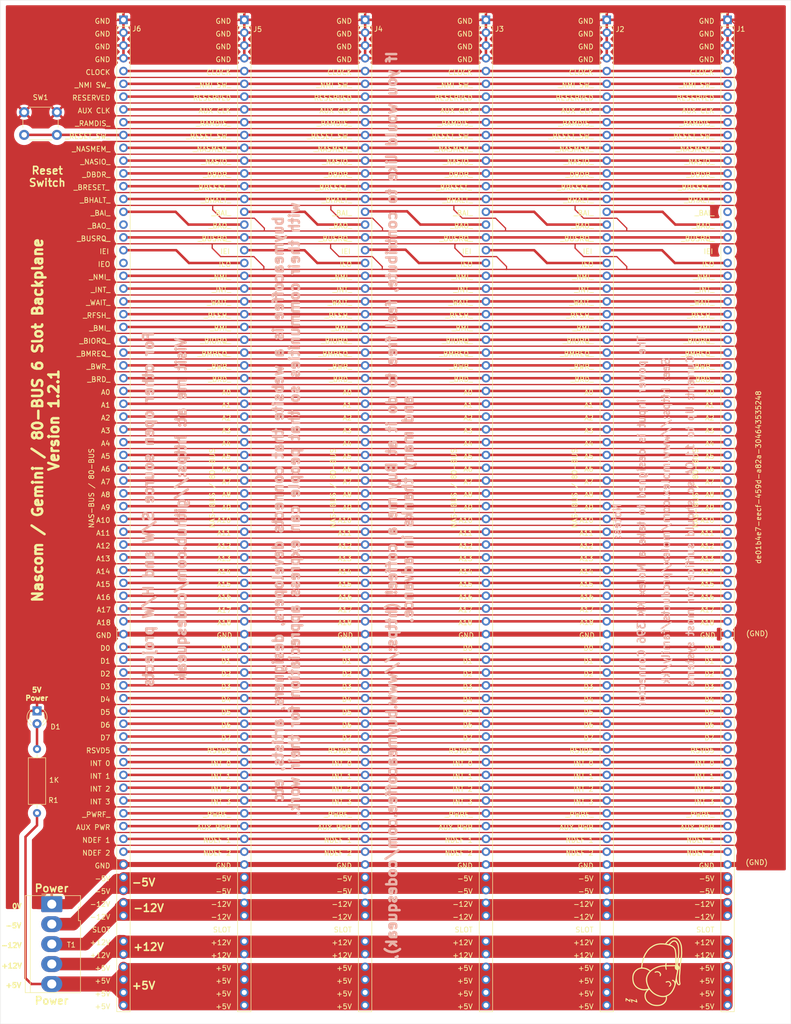
<source format=kicad_pcb>
(kicad_pcb (version 20221018) (generator pcbnew)
  (title_block (title "80-Bus Backplane") (date "2023-03-04") (rev "1.2.0"))
  (layers (0 "F.Cu" signal) (31 "B.Cu" signal) (34 "B.Paste" user) (35 "F.Paste" user) (36 "B.SilkS" user "B.Silkscreen") (37 "F.SilkS" user "F.Silkscreen") (38 "B.Mask" user) (39 "F.Mask" user) (44 "Edge.Cuts" user))
  (net 0 "")
  (net 1 "Net-(D1-A)")
  (net 2 "GND")
  (net 3 "Net-(J1-Pin_5-Pad5)")
  (net 4 "Net-(J1-Pin_6-Pad6)")
  (net 5 "+5V")
  (net 6 "+12V")
  (net 7 "Net-(J1-Pin_7-Pad7)")
  (net 8 "-5V")
  (net 9 "-12V")
  (net 10 "Net-(J1-Pin_8-Pad8)")
  (net 11 "Net-(J1-Pin_9-Pad9)")
  (net 12 "Net-(J1-Pin_10-Pad10)")
  (net 13 "Net-(J1-Pin_11-Pad11)")
  (net 14 "Net-(J1-Pin_12-Pad12)")
  (net 15 "Net-(J1-Pin_13-Pad13)")
  (net 16 "Net-(J1-Pin_14-Pad14)")
  (net 17 "Net-(J1-Pin_15-Pad15)")
  (net 19 "Net-(J1-Pin_17-Pad17)")
  (net 20 "Net-(J1-Pin_18-Pad18)")
  (net 22 "Net-(J1-Pin_20-Pad20)")
  (net 23 "Net-(J1-Pin_21-Pad21)")
  (net 24 "Net-(J1-Pin_22-Pad22)")
  (net 25 "Net-(J1-Pin_23-Pad23)")
  (net 26 "Net-(J1-Pin_24-Pad24)")
  (net 27 "Net-(J1-Pin_25-Pad25)")
  (net 28 "Net-(J1-Pin_26-Pad26)")
  (net 29 "Net-(J1-Pin_27-Pad27)")
  (net 30 "Net-(J1-Pin_28-Pad28)")
  (net 31 "Net-(J1-Pin_29-Pad29)")
  (net 32 "Net-(J1-Pin_30-Pad30)")
  (net 33 "Net-(J1-Pin_31-Pad31)")
  (net 34 "Net-(J1-Pin_32)")
  (net 35 "Net-(J1-Pin_33-Pad33)")
  (net 36 "Net-(J1-Pin_34-Pad34)")
  (net 37 "Net-(J1-Pin_35-Pad35)")
  (net 38 "Net-(J1-Pin_36-Pad36)")
  (net 39 "Net-(J1-Pin_37-Pad37)")
  (net 40 "Net-(J1-Pin_38-Pad38)")
  (net 41 "Net-(J1-Pin_39)")
  (net 42 "Net-(J1-Pin_40)")
  (net 43 "Net-(J1-Pin_1-Pad41)")
  (net 44 "Net-(J1-Pin_2-Pad42)")
  (net 45 "Net-(J1-Pin_3-Pad43)")
  (net 46 "Net-(J1-Pin_4-Pad44)")
  (net 47 "Net-(J1-Pin_5-Pad45)")
  (net 48 "Net-(J1-Pin_6-Pad46)")
  (net 49 "Net-(J1-Pin_7-Pad47)")
  (net 50 "Net-(J1-Pin_8-Pad48)")
  (net 51 "Net-(J1-Pin_10-Pad50)")
  (net 52 "Net-(J1-Pin_11-Pad51)")
  (net 53 "Net-(J1-Pin_12-Pad52)")
  (net 54 "Net-(J1-Pin_13-Pad53)")
  (net 55 "Net-(J1-Pin_14-Pad54)")
  (net 56 "Net-(J1-Pin_15-Pad55)")
  (net 57 "Net-(J1-Pin_16-Pad56)")
  (net 58 "Net-(J1-Pin_17-Pad57)")
  (net 59 "Net-(J1-Pin_18-Pad58)")
  (net 60 "Net-(J1-Pin_19-Pad59)")
  (net 61 "Net-(J1-Pin_20-Pad60)")
  (net 62 "Net-(J1-Pin_21-Pad61)")
  (net 63 "Net-(J1-Pin_22-Pad62)")
  (net 64 "Net-(J1-Pin_23-Pad63)")
  (net 65 "Net-(J1-Pin_24-Pad64)")
  (net 66 "Net-(J1-Pin_25-Pad65)")
  (net 67 "Net-(J1-Pin_26-Pad66)")
  (net 68 "Net-(J2-Pin_17-Pad17)")
  (net 69 "Net-(J2-Pin_20-Pad20)")
  (net 70 "Net-(J3-Pin_17-Pad17)")
  (net 71 "Net-(J3-Pin_20-Pad20)")
  (net 72 "Net-(J4-Pin_17-Pad17)")
  (net 73 "Net-(J4-Pin_20-Pad20)")
  (net 74 "Net-(J5-Pin_17-Pad17)")
  (net 75 "Net-(J5-Pin_20-Pad20)")
  (footprint "LED_THT:LED_D3.0mm" (layer "F.Cu") (at 109.081774 186.372525 -90)
    (fp_text reference "D1")
    (fp_text value "LED")
  )
  (footprint "80bus:sleepymouse_very_small" (layer "F.Cu") (at 232.029 238.506 90)
    (fp_text reference "G1" hide)
    (fp_text value "LOGO" hide)
  )
  (footprint "80bus:PinHeader_1x80_P2.54mm_Vertical" (layer "F.Cu") (at 246.252 49.217525)
    (fp_text reference "J1")
    (fp_text value "Conn_01x80")
  )
  (footprint "80bus:PinHeader_1x80_P2.54mm_Vertical" (layer "F.Cu") (at 222.252 49.217525)
    (fp_text reference "J2")
    (fp_text value "Conn_01x80")
  )
  (footprint "Connector_Molex:Molex_KK-396_5273-05A_1x05_P3.96mm_Vertical" (layer "F.Cu") (at 112.006374 224.736325 -90)
    (fp_text reference "T1")
    (fp_text value "Terminal_01x05")
  )
  (footprint "80bus:PinHeader_1x80_P2.54mm_Vertical" (layer "F.Cu") (at 150.252 49.217525)
    (fp_text reference "J5")
    (fp_text value "Conn_01x80")
  )
  (footprint "80bus:PinHeader_1x80_P2.54mm_Vertical" (layer "F.Cu") (at 198.252 49.217525)
    (fp_text reference "J3")
    (fp_text value "Conn_01x80")
  )
  (footprint "80bus:PinHeader_1x80_P2.54mm_Vertical" (layer "F.Cu") (at 126.252 49.217525)
    (fp_text reference "J6")
    (fp_text value "Conn_01x80")
  )
  (footprint "Resistor_THT:R_Axial_DIN0309_L9.0mm_D3.2mm_P12.70mm_Horizontal" (layer "F.Cu") (at 109.081774 206.646725 90)
    (fp_text reference "R1")
    (fp_text value "1K")
  )
  (footprint "Button_Switch_THT:SW_PUSH_6mm_H5mm" (layer "F.Cu") (at 113.0288 72.0492 180)
    (fp_text reference "SW1")
    (fp_text value "Reset")
  )
  (footprint "80bus:PinHeader_1x80_P2.54mm_Vertical" (layer "F.Cu") (at 174.252 49.217525)
    (fp_text reference "J4")
    (fp_text value "Conn_01x80")
  )
  (gr_line (start 258.840174 45.305925) (end 258.840174 230.471925) (stroke (width 0.05)) (layer "Edge.Cuts"))
  (gr_line (start 101.817374 45.305925) (end 101.817374 248.505925) (stroke (width 0.05)) (layer "Edge.Cuts"))
  (gr_line (start 101.817374 248.505925) (end 258.840174 248.505925) (stroke (width 0.05)) (layer "Edge.Cuts"))
  (gr_line (start 258.840174 230.471925) (end 258.840174 248.505925) (stroke (width 0.05)) (layer "Edge.Cuts"))
  (gr_line (start 258.840174 45.305925) (end 101.817374 45.305925) (stroke (width 0.05)) (layer "Edge.Cuts"))
  (gr_text "For other open source S/W and H/W projects\n\nVisit me at: https://github.com/codesqueak\n\n\n\n\n\nbuymeacoffee is a website that connects developers, designers, artists, etc\nwith their communities so that people can express appreciation for their work.\n\n\n\n\n\nIf you would like to contribute, feel free to do it at Buy me a coffee! (https://www.buymeacoffee.com/codesqueak), \nand many thanks in advance.\n" (at 156.986174 146.347125 90) (layer "B.SilkS") (effects (font (size 2 2) (thickness 0.5)) (justify mirror)))
  (gr_text "Notes:\n\nThe power input is designed to take a Molex KK 396 Connector\n\nSee: https://www.molex.com/molex/products/family/kk\n\nCurrent: Up to 11.0A so should suffice for most systems\n\n" (at 232.779774 148.683925 90) (layer "B.SilkS") (effects (font (size 1.5 1.5) (thickness 0.3)) (justify mirror)))
  (gr_text "-12V" (at 104.001774 232.910325) (layer "F.SilkS") (effects (font (size 1 1) (thickness 0.25))))
  (gr_text "5V\nPower" (at 109.030974 183.024725) (layer "F.SilkS") (effects (font (size 1 1) (thickness 0.25))))
  (gr_text "Power" (at 111.977374 221.581925) (layer "F.SilkS") (effects (font (size 1.5 1.5) (thickness 0.3))))
  (gr_text "Reset\nSwitch" (at 111.113774 80.3334) (layer "F.SilkS") (effects (font (size 1.5 1.5) (thickness 0.3))))
  (gr_text "de01b4e7-eecf-459d-a82a-304643535248" (at 252.388574 139.997125 90) (layer "F.SilkS") (effects (font (size 1 1))))
  (gr_text "Power" (at 111.977374 243.883125) (layer "F.SilkS") (effects (font (size 1.5 1.5) (thickness 0.3))))
  (gr_text "+5V" (at 130.252 240.885925) (layer "F.SilkS") (effects (font (size 1.5 1.5) (thickness 0.3))))
  (gr_text "+5V" (at 104.408174 240.835125) (layer "F.SilkS") (effects (font (size 1 1) (thickness 0.25))))
  (gr_text "-12V" (at 131.252 225.493525) (layer "F.SilkS") (effects (font (size 1.5 1.5) (thickness 0.3))))
  (gr_text "(GND)" (at 252.032974 216.451125) (layer "F.SilkS") (effects (font (size 1 1))))
  (gr_text "0V" (at 105.068574 225.137925) (layer "F.SilkS") (effects (font (size 1 1) (thickness 0.25))))
  (gr_text "+12V" (at 131.252 233.215125) (layer "F.SilkS") (effects (font (size 1.5 1.5) (thickness 0.3))))
  (gr_text "+12V" (at 104.052574 236.974325) (layer "F.SilkS") (effects (font (size 1 1) (thickness 0.25))))
  (gr_text "Nascom / Gemini / 80-BUS 6 Slot Backplane\nVersion 1.2.1\n" (at 110.808974 128.668725 90) (layer "F.SilkS") (effects (font (size 2 2) (thickness 0.5))))
  (gr_text "-5V" (at 130.252 220.413525) (layer "F.SilkS") (effects (font (size 1.5 1.5) (thickness 0.3))))
  (gr_text "-5V" (at 104.408174 228.998725) (layer "F.SilkS") (effects (font (size 1 1) (thickness 0.25))))
  (gr_text "(GND)" (at 252.134574 171.035925) (layer "F.SilkS") (effects (font (size 1 1))))
  (segment (start 109.081774 188.912525) (end 109.081774 193.946725) (width 0.5) (layer "F.Cu") (net 1))
  (segment (start 169.127374 88.587525) (end 175.731374 88.587525) (width 0.25) (layer "F.Cu") (net 2))
  (segment (start 248.984974 159.707525) (end 121.730974 159.707525) (width 0.25) (layer "F.Cu") (net 2))
  (segment (start 248.984974 162.247525) (end 121.730974 162.247525) (width 0.25) (layer "F.Cu") (net 2))
  (segment (start 248.984974 129.227525) (end 121.730974 129.227525) (width 0.25) (layer "F.Cu") (net 2))
  (segment (start 202.147374 90.568725) (end 202.147374 91.127525) (width 0.25) (layer "F.Cu") (net 2))
  (segment (start 109.437374 222.902725) (end 114.695174 217.644925) (width 2) (layer "F.Cu") (net 2))
  (segment (start 202.350574 98.188725) (end 202.350574 98.696725) (width 0.25) (layer "F.Cu") (net 2))
  (segment (start 202.350574 98.696725) (end 202.299774 98.747525) (width 0.25) (layer "F.Cu") (net 2))
  (segment (start 248.984974 70.807525) (end 122.645374 70.807525) (width 0.25) (layer "F.Cu") (net 2))
  (segment (start 143.879774 94.531125) (end 143.879774 93.769125) (width 0.25) (layer "F.Cu") (net 2))
  (segment (start 248.984974 185.107525) (end 121.730974 185.107525) (width 0.25) (layer "F.Cu") (net 2))
  (segment (start 248.984974 202.887525) (end 121.730974 202.887525) (width 0.25) (layer "F.Cu") (net 2))
  (segment (start 248.984974 101.287525) (end 121.730974 101.287525) (width 0.25) (layer "F.Cu") (net 2))
  (segment (start 248.984974 195.267525) (end 121.730974 195.267525) (width 0.25) (layer "F.Cu") (net 2))
  (segment (start 192.088974 94.531125) (end 192.088974 93.819925) (width 0.25) (layer "F.Cu") (net 2))
  (segment (start 248.984974 174.947525) (end 121.730974 174.947525) (width 0.25) (layer "F.Cu") (net 2))
  (segment (start 248.984974 80.967525) (end 121.730974 80.967525) (width 0.25) (layer "F.Cu") (net 2))
  (segment (start 248.984974 167.327525) (end 121.730974 167.327525) (width 0.25) (layer "F.Cu") (net 2))
  (segment (start 112.006374 224.736325) (end 115.233374 224.736325) (width 2) (layer "F.Cu") (net 2))
  (segment (start 246.169125 171.137525) (end 246.1768 171.1452) (width 1) (layer "F.Cu") (net 2))
  (segment (start 191.885774 86.911125) (end 193.562174 88.587525) (width 0.25) (layer "F.Cu") (net 2))
  (segment (start 248.984974 121.607525) (end 121.730974 121.607525) (width 0.25) (layer "F.Cu") (net 2))
  (segment (start 248.984974 75.887525) (end 121.730974 75.887525) (width 0.25) (layer "F.Cu") (net 2))
  (segment (start 246.169125 216.857525) (end 246.1768 216.8652) (width 1) (layer "F.Cu") (net 2))
  (segment (start 224.245374 88.587525) (end 226.226574 90.568725) (width 0.25) (layer "F.Cu") (net 2))
  (segment (start 177.661774 98.188725) (end 177.661774 98.747525) (width 0.25) (layer "F.Cu") (net 2))
  (segment (start 248.984974 177.487525) (end 121.730974 177.487525) (width 0.25) (layer "F.Cu") (net 2))
  (segment (start 248.984974 139.387525) (end 121.730974 139.387525) (width 0.25) (layer "F.Cu") (net 2))
  (segment (start 143.981374 86.911125) (end 145.657774 88.587525) (width 0.25) (layer "F.Cu") (net 2))
  (segment (start 248.984974 144.467525) (end 121.730974 144.467525) (width 0.25) (layer "F.Cu") (net 2))
  (segment (start 246.1768 49.2252) (end 246.859049 49.2252) (width 0.25) (layer "F.Cu") (net 2))
  (segment (start 248.984974 171.086725) (end 248.984974 215.993925) (width 0.25) (layer "F.Cu") (net 2))
  (segment (start 114.695174 217.644925) (end 119.317974 217.644925) (width 2) (layer "F.Cu") (net 2))
  (segment (start 248.984974 147.007525) (end 121.730974 147.007525) (width 0.25) (layer "F.Cu") (net 2))
  (segment (start 248.984974 124.147525) (end 121.730974 124.147525) (width 0.25) (layer "F.Cu") (net 2))
  (segment (start 248.984974 68.267525) (end 122.238974 68.267525) (width 0.25) (layer "F.Cu") (net 2))
  (segment (start 167.450974 86.911125) (end 169.127374 88.587525) (width 0.25) (layer "F.Cu") (net 2))
  (segment (start 121.730974 73.804725) (end 121.730974 74.515925) (width 0.25) (layer "F.Cu") (net 2))
  (segment (start 167.400174 94.531125) (end 169.076574 96.207525) (width 0.25) (layer "F.Cu") (net 2))
  (segment (start 121.730974 171.137525) (end 126.252 171.137525) (width 1) (layer "F.Cu") (net 2))
  (segment (start 248.984974 149.547525) (end 121.730974 149.547525) (width 0.25) (layer "F.Cu") (net 2))
  (segment (start 248.984974 111.447525) (end 121.730974 111.447525) (width 0.25) (layer "F.Cu") (net 2))
  (segment (start 248.984974 152.087525) (end 121.730974 152.087525) (width 0.25) (layer "F.Cu") (net 2))
  (segment (start 248.984974 78.427525) (end 121.730974 78.427525) (width 0.25) (layer "F.Cu") (net 2))
  (segment (start 121.730974 76.243125) (end 121.730974 75.887525) (width 0.5) (layer "F.Cu") (net 2))
  (segment (start 202.299774 98.747525) (end 177.661774 98.747525) (width 0.25) (layer "F.Cu") (net 2))
  (segment (start 246.184475 216.857525) (end 248.121374 216.857525) (width 1) (layer "F.Cu") (net 2))
  (segment (start 248.940285 70.903014) (end 248.984974 70.858325) (width 0.25) (layer "F.Cu") (net 2))
  (segment (start 169.076574 96.207525) (end 175.680574 96.207525) (width 0.25) (layer "F.Cu") (net 2))
  (segment (start 248.984974 164.787525) (end 121.730974 164.787525) (width 0.25) (layer "F.Cu") (net 2))
  (segment (start 143.981374 86.047525) (end 143.981374 86.911125) (width 0.25) (layer "F.Cu") (net 2))
  (segment (start 167.450974 86.047525) (end 167.450974 86.911125) (width 0.25) (layer "F.Cu") (net 2))
  (segment (start 154.242974 90.568725) (end 154.242974 91.127525) (width 0.25) (layer "F.Cu") (net 2))
  (segment (start 126.252 216.857525) (end 120.105374 216.857525) (width 2) (layer "F.Cu") (net 2))
  (segment (start 226.277374 98.747525) (end 202.299774 98.747525) (width 0.25) (layer "F.Cu") (net 2))
  (segment (start 248.984974 98.747525) (end 226.277374 98.747525) (width 0.25) (layer "F.Cu") (net 2))
  (segment (start 122.238974 63.187525) (end 248.984974 63.187525) (width 0.25) (layer "F.Cu") (net 2))
  (segment (start 248.984974 171.086725) (end 248.934174 171.137525) (width 1) (layer "F.Cu") (net 2))
  (segment (start 226.226574 90.568725) (end 226.226574 91.127525) (width 0.25) (layer "F.Cu") (net 2))
  (segment (start 154.141374 98.645925) (end 154.039774 98.747525) (width 0.25) (layer "F.Cu") (net 2))
  (segment (start 248.984974 187.647525) (end 121.730974 187.647525) (width 0.25) (layer "F.Cu") (net 2))
  (segment (start 167.400174 93.667525) (end 143.778174 93.667525) (width 0.25) (layer "F.Cu") (net 2))
  (segment (start 246.859049 49.2252) (end 248.984974 51.351125) (width 0.25) (layer "F.Cu") (net 2))
  (segment (start 248.934174 171.137525) (end 246.184475 171.137525) (width 1) (layer "F.Cu") (net 2))
  (segment (start 248.984974 131.767525) (end 121.730974 131.767525) (width 0.25) (layer "F.Cu") (net 2))
  (segment (start 121.730974 215.231925) (end 121.730974 171.137525) (width 0.5) (layer "F.Cu") (net 2))
  (segment (start 248.984974 197.807525) (end 121.730974 197.807525) (width 0.25) (layer "F.Cu") (net 2))
  (segment (start 248.984974 113.987525) (end 121.730974 113.987525) (width 0.25) (layer "F.Cu") (net 2))
  (segment (start 152.261774 88.587525) (end 154.242974 90.568725) (width 0.25) (layer "F.Cu") (net 2))
  (segment (start 121.730974 171.137525) (end 121.730974 76.243125) (width 0.5) (layer "F.Cu") (net 2))
  (segment (start 193.765374 96.207525) (end 200.369374 96.207525) (width 0.25) (layer "F.Cu") (net 2))
  (segment (start 215.964974 93.769125) (end 216.066574 93.667525) (width 0.25) (layer "F.Cu") (net 2))
  (segment (start 246.1768 216.8652) (end 246.184475 216.857525) (width 1) (layer "F.Cu") (net 2))
  (segment (start 192.088974 94.531125) (end 193.765374 96.207525) (width 0.25) (layer "F.Cu") (net 2))
  (segment (start 248.984974 180.027525) (end 121.730974 180.027525) (width 0.25) (layer "F.Cu") (net 2))
  (segment (start 145.556174 96.207525) (end 152.160174 96.207525) (width 0.25) (layer "F.Cu") (net 2))
  (segment (start 191.885774 86.047525) (end 191.885774 86.911125) (width 0.25) (layer "F.Cu") (net 2))
  (segment (start 248.984974 157.167525) (end 121.730974 157.167525) (width 0.25) (layer "F.Cu") (net 2))
  (segment (start 109.437374 224.731525) (end 109.437374 222.902725) (width 2) (layer "F.Cu") (net 2))
  (segment (start 193.562174 88.587525) (end 200.166174 88.587525) (width 0.25) (layer "F.Cu") (net 2))
  (segment (start 248.984974 154.627525) (end 121.730974 154.627525) (width 0.25) (layer "F.Cu") (net 2))
  (segment (start 175.731374 88.587525) (end 177.712574 90.568725) (width 0.25) (layer "F.Cu") (net 2))
  (segment (start 215.964974 86.911125) (end 217.641374 88.587525) (width 0.25) (layer "F.Cu") (net 2))
  (segment (start 248.984974 116.527525) (end 121.730974 116.527525) (width 0.25) (layer "F.Cu") (net 2))
  (segment (start 167.400174 93.667525) (end 167.400174 94.531125) (width 0.25) (layer "F.Cu") (net 2))
  (segment (start 143.879774 94.531125) (end 145.556174 96.207525) (width 0.25) (layer "F.Cu") (net 2))
  (segment (start 200.166174 88.587525) (end 202.147374 90.568725) (width 0.25) (layer "F.Cu") (net 2))
  (segment (start 215.964974 94.531125) (end 217.641374 96.207525) (width 0.25) (layer "F.Cu") (net 2))
  (segment (start 112.006374 224.736325) (end 109.442174 224.736325) (width 2) (layer "F.Cu") (net 2))
  (segment (start 119.317974 217.644925) (end 121.730974 215.231925) (width 2) (layer "F.Cu") (net 2))
  (segment (start 216.066574 93.667525) (end 192.241374 93.667525) (width 0.25) (layer "F.Cu") (net 2))
  (segment (start 175.680574 96.207525) (end 177.661774 98.188725) (width 0.25) (layer "F.Cu") (net 2))
  (segment (start 215.964974 94.531125) (end 215.964974 93.769125) (width 0.25) (layer "F.Cu") (net 2))
  (segment (start 121.730974 76.243125) (end 121.730974 74.515925) (width 0.5) (layer "F.Cu") (net 2))
  (segment (start 248.984974 141.927525) (end 121.730974 141.927525) (width 0.25) (layer "F.Cu") (net 2))
  (segment (start 248.984974 70.858325) (end 248.984974 73.296725) (width 0.25) (layer "F.Cu") (net 2))
  (segment (start 154.141374 98.188725) (end 154.141374 98.645925) (width 0.25) (layer "F.Cu") (net 2))
  (segment (start 248.984974 207.967525) (end 121.730974 207.967525) (width 0.25) (layer "F.Cu") (net 2))
  (segment (start 248.984974 93.667525) (end 216.066574 93.667525) (width 0.25) (layer "F.Cu") (net 2))
  (segment (start 248.984974 182.567525) (end 121.730974 182.567525) (width 0.25) (layer "F.Cu") (net 2))
  (segment (start 248.984974 119.067525) (end 121.730974 119.067525) (width 0.25) (layer "F.Cu") (net 2))
  (segment (start 248.984974 190.187525) (end 121.730974 190.187525) (width 0.25) (layer "F.Cu") (net 2))
  (segment (start 177.712574 90.568725) (end 177.712574 91.127525) (width 0.25) (layer "F.Cu") (net 2))
  (segment (start 126.252 216.857525) (end 246.169125 216.857525) (width 1) (layer "F.Cu") (net 2))
  (segment (start 248.984974 126.687525) (end 121.730974 126.687525) (width 0.25) (layer "F.Cu") (net 2))
  (segment (start 152.160174 96.207525) (end 154.141374 98.188725) (width 0.25) (layer "F.Cu") (net 2))
  (segment (start 122.188174 73.347525) (end 121.730974 73.804725) (width 0.25) (layer "F.Cu") (net 2))
  (segment (start 248.121374 216.857525) (end 248.984974 215.993925) (width 1) (layer "F.Cu") (net 2))
  (segment (start 143.879774 93.769125) (end 143.778174 93.667525) (width 0.25) (layer "F.Cu") (net 2))
  (segment (start 248.984974 213.047525) (end 121.730974 213.047525) (width 0.25) (layer "F.Cu") (net 2))
  (segment (start 217.641374 96.207525) (end 224.245374 96.207525) (width 0.25) (layer "F.Cu") (net 2))
  (segment (start 215.964974 86.047525) (end 215.964974 86.911125) (width 0.25) (layer "F.Cu") (net 2))
  (segment (start 248.984974 108.907525) (end 121.730974 108.907525) (width 0.25) (layer "F.Cu") (net 2))
  (segment (start 154.039774 98.747525) (end 121.730974 98.747525) (width 0.25) (layer "F.Cu") (net 2))
  (segment (start 248.984974 83.507525) (end 121.730974 83.507525) (width 0.25) (layer "F.Cu") (net 2))
  (segment (start 192.088974 93.819925) (end 192.241374 93.667525) (width 0.25) (layer "F.Cu") (net 2))
  (segment (start 248.984974 73.296725) (end 248.984974 75.887525) (width 0.25) (layer "F.Cu") (net 2))
  (segment (start 145.657774 88.587525) (end 152.261774 88.587525) (width 0.25) (layer "F.Cu") (net 2))
  (segment (start 217.641374 88.587525) (end 224.245374 88.587525) (width 0.25) (layer "F.Cu") (net 2))
  (segment (start 126.252 216.857525) (end 123.356574 216.857525) (width 2) (layer "F.Cu") (net 2))
  (segment (start 192.241374 93.667525) (end 167.400174 93.667525) (width 0.25) (layer "F.Cu") (net 2))
  (segment (start 109.442174 224.736325) (end 109.437374 224.731525) (width 2) (layer "F.Cu") (net 2))
  (segment (start 248.984974 106.367525) (end 121.730974 106.367525) (width 0.25) (layer "F.Cu") (net 2))
  (segment (start 224.245374 96.207525) (end 226.226574 98.188725) (width 0.25) (layer "F.Cu") (net 2))
  (segment (start 248.984974 51.351125) (end 248.984974 68.267525) (width 0.25) (layer "F.Cu") (net 2))
  (segment (start 157.290974 98.747525) (end 154.039774 98.747525) (width 0.25) (layer "F.Cu") (net 2))
  (segment (start 248.984974 68.267525) (end 248.984974 70.858325) (width 0.25) (layer "F.Cu") (net 2))
  (segment (start 248.984974 86.047525) (end 121.730974 86.047525) (width 0.25) (layer "F.Cu") (net 2))
  (segment (start 248.984974 134.307525) (end 121.730974 134.307525) (width 0.25) (layer "F.Cu") (net 2))
  (segment (start 142.000174 93.667525) (end 121.730974 93.667525) (width 0.25) (layer "F.Cu") (net 2))
  (segment (start 248.984974 91.127525) (end 121.730974 91.127525) (width 0.25) (layer "F.Cu") (net 2))
  (segment (start 122.238974 60.647525) (end 248.984974 60.647525) (width 0.25) (layer "F.Cu") (net 2))
  (segment (start 246.184475 171.137525) (end 246.1768 171.1452) (width 1) (layer "F.Cu") (net 2))
  (segment (start 248.984974 192.727525) (end 121.730974 192.727525) (width 0.25) (layer "F.Cu") (net 2))
  (segment (start 248.984974 205.427525) (end 121.730974 205.427525) (width 0.25) (layer "F.Cu") (net 2))
  (segment (start 123.356574 216.857525) (end 121.730974 215.231925) (width 2) (layer "F.Cu") (net 2))
  (segment (start 126.252 171.137525) (end 246.169125 171.137525) (width 1) (layer "F.Cu") (net 2))
  (segment (start 122.238974 65.727525) (end 248.984974 65.727525) (width 0.25) (layer "F.Cu") (net 2))
  (segment (start 248.984974 136.847525) (end 121.730974 136.847525) (width 0.25) (layer "F.Cu") (net 2))
  (segment (start 248.984974 200.347525) (end 121.730974 200.347525) (width 0.25) (layer "F.Cu") (net 2))
  (segment (start 248.984974 75.887525) (end 248.984974 171.086725) (width 0.25) (layer "F.Cu") (net 2))
  (segment (start 248.984974 103.827525) (end 121.730974 103.827525) (width 0.25) (layer "F.Cu") (net 2))
  (segment (start 177.661774 98.747525) (end 157.290974 98.747525) (width 0.25) (layer "F.Cu") (net 2))
  (segment (start 226.226574 98.696725) (end 226.277374 98.747525) (width 0.25) (layer "F.Cu") (net 2))
  (segment (start 143.778174 93.667525) (end 142.000174 93.667525) (width 0.25) (layer "F.Cu") (net 2))
  (segment (start 122.188174 73.347525) (end 248.934174 73.347525) (width 0.25) (layer "F.Cu") (net 2))
  (segment (start 200.369374 96.207525) (end 202.350574 98.188725) (width 0.25) (layer "F.Cu") (net 2))
  (segment (start 248.984974 210.507525) (end 121.730974 210.507525) (width 0.25) (layer "F.Cu") (net 2))
  (segment (start 226.226574 98.188725) (end 226.226574 98.696725) (width 0.25) (layer "F.Cu") (net 2))
  (segment (start 126.252 59.377525) (end 246.169125 59.377525) (width 0.5) (layer "F.Cu") (net 3))
  (segment (start 246.169125 59.377525) (end 246.1768 59.3852) (width 0.5) (layer "F.Cu") (net 3))
  (segment (start 246.169125 61.917525) (end 126.252 61.917525) (width 0.5) (layer "F.Cu") (net 4))
  (segment (start 246.1768 61.9252) (end 246.169125 61.917525) (width 0.5) (layer "F.Cu") (net 4))
  (segment (start 128.03 237.939525) (end 244.362174 237.939525) (width 2) (layer "F.Cu") (net 5))
  (segment (start 246.1768 237.1852) (end 246.132499 237.1852) (width 2) (layer "F.Cu") (net 5))
  (segment (start 246.1768 237.1852) (end 246.169125 237.177525) (width 1.5) (layer "F.Cu") (net 5))
  (segment (start 126.252 244.797525) (end 246.169125 244.797525) (width 2) (layer "F.Cu") (net 5))
  (segment (start 244.746725 240.835125) (end 127.3696 240.835125) (width 2) (layer "F.Cu") (net 5))
  (segment (start 246.132499 237.1852) (end 244.870174 238.447525) (width 2) (layer "F.Cu") (net 5))
  (segment (start 246.1768 242.2652) (end 244.746725 240.835125) (width 2) (layer "F.Cu") (net 5))
  (segment (start 244.848325 243.476725) (end 127.4712 243.476725) (width 2) (layer "F.Cu") (net 5))
  (segment (start 109.081774 209.085125) (end 109.081774 206.646725) (width 0.5) (layer "F.Cu") (net 5))
  (segment (start 246.169125 239.717525) (end 126.252 239.717525) (width 2) (layer "F.Cu") (net 5))
  (segment (start 126.252 239.717525) (end 128.03 237.939525) (width 2) (layer "F.Cu") (net 5))
  (segment (start 246.169125 244.797525) (end 246.1768 244.8052) (width 2) (layer "F.Cu") (net 5))
  (segment (start 127.3696 240.835125) (end 126.252 239.717525) (width 2) (layer "F.Cu") (net 5))
  (segment (start 126.252 244.797525) (end 126.252 242.257525) (width 2) (layer "F.Cu") (net 5))
  (segment (start 126.252 237.177525) (end 126.252 239.717525) (width 2) (layer "F.Cu") (net 5))
  (segment (start 126.252 242.257525) (end 126.252 239.717525) (width 3) (layer "F.Cu") (net 5))
  (segment (start 246.253 237.177525) (end 246.253 244.797525) (width 2) (layer "F.Cu") (net 5))
  (segment (start 126.252 242.257525) (end 246.169125 242.257525) (width 2) (layer "F.Cu") (net 5))
  (segment (start 107.959374 240.576325) (end 106.795774 239.412725) (width 0.5) (layer "F.Cu") (net 5))
  (segment (start 246.169125 237.177525) (end 126.252 237.177525) (width 1.5) (layer "F.Cu") (net 5))
  (segment (start 125.490174 242.257525) (end 123.808974 240.576325) (width 2) (layer "F.Cu") (net 5))
  (segment (start 244.870174 238.447525) (end 244.870174 243.498574) (width 2) (layer "F.Cu") (net 5))
  (segment (start 112.006374 240.576325) (end 107.959374 240.576325) (width 0.5) (layer "F.Cu") (net 5))
  (segment (start 106.795774 211.371125) (end 109.081774 209.085125) (width 0.5) (layer "F.Cu") (net 5))
  (segment (start 106.795774 239.412725) (end 106.795774 211.371125) (width 0.5) (layer "F.Cu") (net 5))
  (segment (start 246.1768 244.8052) (end 244.848325 243.476725) (width 2) (layer "F.Cu") (net 5))
  (segment (start 126.252 237.177525) (end 126.252 238.133299) (width 2) (layer "F.Cu") (net 5))
  (segment (start 244.870174 243.498574) (end 246.1768 244.8052) (width 2) (layer "F.Cu") (net 5))
  (segment (start 126.252 238.133299) (end 123.808974 240.576325) (width 2) (layer "F.Cu") (net 5))
  (segment (start 246.1768 239.7252) (end 246.169125 239.717525) (width 2) (layer "F.Cu") (net 5))
  (segment (start 246.169125 242.257525) (end 246.1768 242.2652) (width 2) (layer "F.Cu") (net 5))
  (segment (start 127.4712 243.476725) (end 126.252 242.257525) (width 2) (layer "F.Cu") (net 5))
  (segment (start 244.362174 237.939525) (end 244.870174 238.447525) (width 2) (layer "F.Cu") (net 5))
  (segment (start 126.252 242.257525) (end 125.490174 242.257525) (width 2) (layer "F.Cu") (net 5))
  (segment (start 112.006374 240.576325) (end 123.808974 240.576325) (width 3) (layer "F.Cu") (net 5))
  (segment (start 246.1768 244.721325) (end 246.253 244.797525) (width 1.5) (layer "F.Cu") (net 5))
  (segment (start 126.252 234.637525) (end 246.169125 234.637525) (width 1.5) (layer "F.Cu") (net 6))
  (segment (start 246.169125 232.097525) (end 126.252 232.097525) (width 2.25) (layer "F.Cu") (net 6))
  (segment (start 120.971374 236.616325) (end 123.104349 234.483349) (width 2.5) (layer "F.Cu") (net 6))
  (segment (start 126.252 234.637525) (end 123.258525 234.637525) (width 1.5) (layer "F.Cu") (net 6))
  (segment (start 112.006374 236.616325) (end 120.971374 236.616325) (width 2.5) (layer "F.Cu") (net 6))
  (segment (start 125.490174 232.097525) (end 126.252 232.097525) (width 2.5) (layer "F.Cu") (net 6))
  (segment (start 126.252 232.097525) (end 127.5728 233.418325) (width 2) (layer "F.Cu") (net 6))
  (segment (start 244.949925 233.418325) (end 246.1768 234.6452) (width 2) (layer "F.Cu") (net 6))
  (segment (start 246.253 232.097525) (end 246.253 234.637525) (width 2) (layer "F.Cu") (net 6))
  (segment (start 246.169125 234.637525) (end 246.1768 234.6452) (width 1.5) (layer "F.Cu") (net 6))
  (segment (start 126.252 232.097525) (end 126.252 234.637525) (width 2) (layer "F.Cu") (net 6))
  (segment (start 123.104349 234.483349) (end 125.490174 232.097525) (width 2.5) (layer "F.Cu") (net 6))
  (segment (start 123.258525 234.637525) (end 123.104349 234.483349) (width 1.5) (layer "F.Cu") (net 6))
  (segment (start 246.1768 232.1052) (end 246.169125 232.097525) (width 2) (layer "F.Cu") (net 6))
  (segment (start 127.5728 233.418325) (end 244.949925 233.418325) (width 2) (layer "F.Cu") (net 6))
  (segment (start 126.252 64.457525) (end 246.169125 64.457525) (width 0.5) (layer "F.Cu") (net 7))
  (segment (start 246.169125 64.457525) (end 246.1768 64.4652) (width 0.5) (layer "F.Cu") (net 7))
  (segment (start 123.332949 221.605549) (end 124.982174 219.956325) (width 2.5) (layer "F.Cu") (net 8))
  (segment (start 125.6932 219.956325) (end 126.252 219.397525) (width 2) (layer "F.Cu") (net 8))
  (segment (start 126.252 220.159351) (end 126.912574 220.819925) (width 2) (layer "F.Cu") (net 8))
  (segment (start 125.490174 219.956325) (end 125.6932 219.956325) (width 2) (layer "F.Cu") (net 8))
  (segment (start 246.1768 221.9452) (end 246.169125 221.937525) (width 1.5) (layer "F.Cu") (net 8))
  (segment (start 125.490174 221.175699) (end 125.490174 219.956325) (width 2) (layer "F.Cu") (net 8))
  (segment (start 126.252 219.397525) (end 127.5728 220.718325) (width 2) (layer "F.Cu") (net 8))
  (segment (start 123.664925 221.937525) (end 123.332949 221.605549) (width 1.5) (layer "F.Cu") (net 8))
  (segment (start 116.242174 228.696325) (end 123.332949 221.605549) (width 2.5) (layer "F.Cu") (net 8))
  (segment (start 246.169125 219.397525) (end 246.1768 219.4052) (width 2) (layer "F.Cu") (net 8))
  (segment (start 126.252 221.937525) (end 125.490174 221.175699) (width 2) (layer "F.Cu") (net 8))
  (segment (start 124.982174 219.956325) (end 125.490174 219.956325) (width 2.5) (layer "F.Cu") (net 8))
  (segment (start 246.169125 221.937525) (end 126.252 221.937525) (width 1.5) (layer "F.Cu") (net 8))
  (segment (start 112.006374 228.696325) (end 116.242174 228.696325) (width 2.5) (layer "F.Cu") (net 8))
  (segment (start 127.5728 220.718325) (end 244.949925 220.718325) (width 2) (layer "F.Cu") (net 8))
  (segment (start 126.252 221.937525) (end 123.664925 221.937525) (width 1.5) (layer "F.Cu") (net 8))
  (segment (start 246.1768 219.4052) (end 246.1768 221.9452) (width 2) (layer "F.Cu") (net 8))
  (segment (start 244.949925 220.718325) (end 246.1768 221.9452) (width 2) (layer "F.Cu") (net 8))
  (segment (start 222.252 219.397525) (end 246.169125 219.397525) (width 2) (layer "F.Cu") (net 8))
  (segment (start 126.252 219.397525) (end 222.252 219.397525) (width 2) (layer "F.Cu") (net 8))
  (segment (start 126.252 219.397525) (end 126.252 220.159351) (width 2) (layer "F.Cu") (net 8))
  (segment (start 112.006374 232.656325) (end 118.632174 232.656325) (width 2.5) (layer "F.Cu") (net 9))
  (segment (start 126.252 224.477525) (end 246.169125 224.477525) (width 1.5) (layer "F.Cu") (net 9))
  (segment (start 125.490174 226.255699) (end 126.252 227.017525) (width 2) (layer "F.Cu") (net 9))
  (segment (start 118.632174 232.656325) (end 124.145749 227.142749) (width 2.5) (layer "F.Cu") (net 9))
  (segment (start 125.642574 225.645925) (end 125.490174 225.798325) (width 2) (layer "F.Cu") (net 9))
  (segment (start 246.1768 227.0252) (end 244.797525 225.645925) (width 2) (layer "F.Cu") (net 9))
  (segment (start 124.270973 227.017525) (end 124.145749 227.142749) (width 2) (layer "F.Cu") (net 9))
  (segment (start 246.1768 227.0252) (end 246.169125 227.017525) (width 2) (layer "F.Cu") (net 9))
  (segment (start 124.145749 227.142749) (end 125.490174 225.798325) (width 2.5) (layer "F.Cu") (net 9))
  (segment (start 125.490174 225.798325) (end 125.490174 226.255699) (width 2) (layer "F.Cu") (net 9))
  (segment (start 244.797525 225.645925) (end 125.642574 225.645925) (width 2) (layer "F.Cu") (net 9))
  (segment (start 246.169125 227.017525) (end 126.252 227.017525) (width 2) (layer "F.Cu") (net 9))
  (segment (start 246.169125 224.477525) (end 246.1768 224.4852) (width 1.5) (layer "F.Cu") (net 9))
  (segment (start 246.1768 224.4852) (end 246.1768 227.0252) (width 2) (layer "F.Cu") (net 9))
  (segment (start 126.252 224.477525) (end 125.490174 225.239351) (width 2) (layer "F.Cu") (net 9))
  (segment (start 125.490174 225.239351) (end 125.490174 225.798325) (width 2) (layer "F.Cu") (net 9))
  (segment (start 126.252 227.017525) (end 124.270973 227.017525) (width 2) (layer "F.Cu") (net 9))
  (segment (start 246.169125 66.997525) (end 126.252 66.997525) (width 0.5) (layer "F.Cu") (net 10))
  (segment (start 246.1768 67.0052) (end 246.169125 66.997525) (width 0.5) (layer "F.Cu") (net 10))
  (segment (start 126.252 69.537525) (end 246.169125 69.537525) (width 0.5) (layer "F.Cu") (net 11))
  (segment (start 246.169125 69.537525) (end 246.1768 69.5452) (width 0.5) (layer "F.Cu") (net 11))
  (segment (start 246.1768 72.0852) (end 246.169125 72.077525) (width 0.5) (layer "F.Cu") (net 12))
  (segment (start 126.252 72.077525) (end 121.984974 72.077525) (width 0.5) (layer "F.Cu") (net 12))
  (segment (start 246.169125 72.077525) (end 126.252 72.077525) (width 0.5) (layer "F.Cu") (net 12))
  (segment (start 121.956649 72.0492) (end 106.5288 72.0492) (width 0.5) (layer "F.Cu") (net 12))
  (segment (start 121.984974 72.077525) (end 121.956649 72.0492) (width 0.5) (layer "F.Cu") (net 12))
  (segment (start 126.252 74.617525) (end 246.169125 74.617525) (width 0.5) (layer "F.Cu") (net 13))
  (segment (start 246.169125 74.617525) (end 246.1768 74.6252) (width 0.5) (layer "F.Cu") (net 13))
  (segment (start 246.169125 77.157525) (end 126.252 77.157525) (width 0.5) (layer "F.Cu") (net 14))
  (segment (start 246.1768 77.1652) (end 246.169125 77.157525) (width 0.5) (layer "F.Cu") (net 14))
  (segment (start 246.169125 79.697525) (end 246.1768 79.7052) (width 0.5) (layer "F.Cu") (net 15))
  (segment (start 126.252 79.697525) (end 246.169125 79.697525) (width 0.5) (layer "F.Cu") (net 15))
  (segment (start 246.169125 82.237525) (end 126.252 82.237525) (width 0.5) (layer "F.Cu") (net 16))
  (segment (start 246.1768 82.2452) (end 246.169125 82.237525) (width 0.5) (layer "F.Cu") (net 16))
  (segment (start 126.252 84.777525) (end 246.169125 84.777525) (width 0.5) (layer "F.Cu") (net 17))
  (segment (start 246.169125 84.777525) (end 246.1768 84.7852) (width 0.5) (layer "F.Cu") (net 17))
  (segment (start 235.878574 89.857525) (end 246.169125 89.857525) (width 0.5) (layer "F.Cu") (net 19))
  (segment (start 246.169125 89.857525) (end 246.1768 89.8652) (width 0.5) (layer "F.Cu") (net 19))
  (segment (start 233.338574 87.317525) (end 235.878574 89.857525) (width 0.5) (layer "F.Cu") (net 19))
  (segment (start 222.252 87.317525) (end 233.338574 87.317525) (width 0.5) (layer "F.Cu") (net 19))
  (segment (start 246.169125 92.397525) (end 246.1768 92.4052) (width 0.5) (layer "F.Cu") (net 20))
  (segment (start 126.252 92.397525) (end 246.169125 92.397525) (width 0.5) (layer "F.Cu") (net 20))
  (segment (start 246.169125 97.477525) (end 246.1768 97.4852) (width 0.5) (layer "F.Cu") (net 22))
  (segment (start 222.252 94.937525) (end 233.236974 94.937525) (width 0.5) (layer "F.Cu") (net 22))
  (segment (start 235.776974 97.477525) (end 246.169125 97.477525) (width 0.5) (layer "F.Cu") (net 22))
  (segment (start 233.236974 94.937525) (end 235.776974 97.477525) (width 0.5) (layer "F.Cu") (net 22))
  (segment (start 246.1768 100.0252) (end 246.169125 100.017525) (width 0.5) (layer "F.Cu") (net 23))
  (segment (start 246.169125 100.017525) (end 126.252 100.017525) (width 0.5) (layer "F.Cu") (net 23))
  (segment (start 126.252 102.557525) (end 246.169125 102.557525) (width 0.5) (layer "F.Cu") (net 24))
  (segment (start 246.169125 102.557525) (end 246.1768 102.5652) (width 0.5) (layer "F.Cu") (net 24))
  (segment (start 246.1768 105.1052) (end 246.169125 105.097525) (width 0.5) (layer "F.Cu") (net 25))
  (segment (start 246.169125 105.097525) (end 126.252 105.097525) (width 0.5) (layer "F.Cu") (net 25))
  (segment (start 246.169125 107.637525) (end 246.1768 107.6452) (width 0.5) (layer "F.Cu") (net 26))
  (segment (start 126.252 107.637525) (end 246.169125 107.637525) (width 0.5) (layer "F.Cu") (net 26))
  (segment (start 246.1768 110.1852) (end 246.169125 110.177525) (width 0.5) (layer "F.Cu") (net 27))
  (segment (start 246.169125 110.177525) (end 126.252 110.177525) (width 0.5) (layer "F.Cu") (net 27))
  (segment (start 126.252 112.717525) (end 246.169125 112.717525) (width 0.5) (layer "F.Cu") (net 28))
  (segment (start 246.169125 112.717525) (end 246.1768 112.7252) (width 0.5) (layer "F.Cu") (net 28))
  (segment (start 246.1768 115.2652) (end 246.169125 115.257525) (width 0.5) (layer "F.Cu") (net 29))
  (segment (start 246.169125 115.257525) (end 126.252 115.257525) (width 0.5) (layer "F.Cu") (net 29))
  (segment (start 246.169125 117.797525) (end 246.1768 117.8052) (width 0.5) (layer "F.Cu") (net 30))
  (segment (start 126.252 117.797525) (end 246.169125 117.797525) (width 0.5) (layer "F.Cu") (net 30))
  (segment (start 246.1768 120.3452) (end 246.169125 120.337525) (width 0.5) (layer "F.Cu") (net 31))
  (segment (start 246.169125 120.337525) (end 126.252 120.337525) (width 0.5) (layer "F.Cu") (net 31))
  (segment (start 126.252 122.877525) (end 246.169125 122.877525) (width 0.5) (layer "F.Cu") (net 32))
  (segment (start 246.169125 122.877525) (end 246.1768 122.8852) (width 0.5) (layer "F.Cu") (net 32))
  (segment (start 246.1768 125.4252) (end 246.169125 125.417525) (width 0.5) (layer "F.Cu") (net 33))
  (segment (start 246.169125 125.417525) (end 126.252 125.417525) (width 0.5) (layer "F.Cu") (net 33))
  (segment (start 126.252 127.957525) (end 246.169125 127.957525) (width 0.5) (layer "F.Cu") (net 34))
  (segment (start 246.169125 127.957525) (end 246.1768 127.9652) (width 0.5) (layer "F.Cu") (net 34))
  (segment (start 246.1768 130.5052) (end 246.169125 130.497525) (width 0.5) (layer "F.Cu") (net 35))
  (segment (start 246.169125 130.497525) (end 126.252 130.497525) (width 0.5) (layer "F.Cu") (net 35))
  (segment (start 246.169125 133.037525) (end 246.1768 133.0452) (width 0.5) (layer "F.Cu") (net 36))
  (segment (start 126.252 133.037525) (end 246.169125 133.037525) (width 0.5) (layer "F.Cu") (net 36))
  (segment (start 246.1768 135.5852) (end 246.169125 135.577525) (width 0.5) (layer "F.Cu") (net 37))
  (segment (start 246.169125 135.577525) (end 126.252 135.577525) (width 0.5) (layer "F.Cu") (net 37))
  (segment (start 126.252 138.117525) (end 246.169125 138.117525) (width 0.5) (layer "F.Cu") (net 38))
  (segment (start 246.169125 138.117525) (end 246.1768 138.1252) (width 0.5) (layer "F.Cu") (net 38))
  (segment (start 246.1768 140.6652) (end 246.169125 140.657525) (width 0.5) (layer "F.Cu") (net 39))
  (segment (start 246.169125 140.657525) (end 126.252 140.657525) (width 0.5) (layer "F.Cu") (net 39))
  (segment (start 126.252 143.197525) (end 246.169125 143.197525) (width 0.5) (layer "F.Cu") (net 40))
  (segment (start 246.169125 143.197525) (end 246.1768 143.2052) (width 0.5) (layer "F.Cu") (net 40))
  (segment (start 246.1768 145.7452) (end 246.169125 145.737525) (width 0.5) (layer "F.Cu") (net 41))
  (segment (start 246.169125 145.737525) (end 126.252 145.737525) (width 0.5) (layer "F.Cu") (net 41))
  (segment (start 246.169125 148.277525) (end 246.1768 148.2852) (width 0.5) (layer "F.Cu") (net 42))
  (segment (start 126.252 148.277525) (end 246.169125 148.277525) (width 0.5) (layer "F.Cu") (net 42))
  (segment (start 246.1768 150.8252) (end 246.169125 150.817525) (width 0.5) (layer "F.Cu") (net 43))
  (segment (start 246.169125 150.817525) (end 126.252 150.817525) (width 0.5) (layer "F.Cu") (net 43))
  (segment (start 126.252 153.357525) (end 246.169125 153.357525) (width 0.5) (layer "F.Cu") (net 44))
  (segment (start 246.169125 153.357525) (end 246.1768 153.3652) (width 0.5) (layer "F.Cu") (net 44))
  (segment (start 246.169125 155.897525) (end 126.252 155.897525) (width 0.5) (layer "F.Cu") (net 45))
  (segment (start 246.1768 155.9052) (end 246.169125 155.897525) (width 0.5) (layer "F.Cu") (net 45))
  (segment (start 246.169125 158.437525) (end 246.1768 158.4452) (width 0.5) (layer "F.Cu") (net 46))
  (segment (start 126.252 158.437525) (end 246.169125 158.437525) (width 0.5) (layer "F.Cu") (net 46))
  (segment (start 246.169125 160.977525) (end 246.1768 160.9852) (width 0.5) (layer "F.Cu") (net 47))
  (segment (start 126.252 160.977525) (end 246.169125 160.977525) (width 0.5) (layer "F.Cu") (net 47))
  (segment (start 246.1768 163.5252) (end 246.169125 163.517525) (width 0.5) (layer "F.Cu") (net 48))
  (segment (start 246.169125 163.517525) (end 126.252 163.517525) (width 0.5) (layer "F.Cu") (net 48))
  (segment (start 246.169125 166.057525) (end 246.1768 166.0652) (width 0.5) (layer "F.Cu") (net 49))
  (segment (start 126.252 166.057525) (end 246.169125 166.057525) (width 0.5) (layer "F.Cu") (net 49))
  (segment (start 246.1768 168.6052) (end 246.169125 168.597525) (width 0.5) (layer "F.Cu") (net 50))
  (segment (start 246.169125 168.597525) (end 126.252 168.597525) (width 0.5) (layer "F.Cu") (net 50))
  (segment (start 246.169125 173.677525) (end 126.252 173.677525) (width 0.5) (layer "F.Cu") (net 51))
  (segment (start 246.1768 173.6852) (end 246.169125 173.677525) (width 0.5) (layer "F.Cu") (net 51))
  (segment (start 246.169125 176.217525) (end 246.1768 176.2252) (width 0.5) (layer "F.Cu") (net 52))
  (segment (start 126.252 176.217525) (end 246.169125 176.217525) (width 0.5) (layer "F.Cu") (net 52))
  (segment (start 246.1768 178.7652) (end 246.169125 178.757525) (width 0.5) (layer "F.Cu") (net 53))
  (segment (start 246.169125 178.757525) (end 126.252 178.757525) (width 0.5) (layer "F.Cu") (net 53))
  (segment (start 246.169125 181.297525) (end 246.1768 181.3052) (width 0.5) (layer "F.Cu") (net 54))
  (segment (start 126.252 181.297525) (end 246.169125 181.297525) (width 0.5) (layer "F.Cu") (net 54))
  (segment (start 126.252 183.837525) (end 246.169125 183.837525) (width 0.5) (layer "F.Cu") (net 55))
  (segment (start 246.169125 183.837525) (end 246.1768 183.8452) (width 0.5) (layer "F.Cu") (net 55))
  (segment (start 246.1768 186.3852) (end 246.169125 186.377525) (width 0.5) (layer "F.Cu") (net 56))
  (segment (start 246.169125 186.377525) (end 126.252 186.377525) (width 0.5) (layer "F.Cu") (net 56))
  (segment (start 126.252 188.917525) (end 246.169125 188.917525) (width 0.5) (layer "F.Cu") (net 57))
  (segment (start 246.169125 188.917525) (end 246.1768 188.9252) (width 0.5) (layer "F.Cu") (net 57))
  (segment (start 246.169125 191.457525) (end 126.252 191.457525) (width 0.5) (layer "F.Cu") (net 58))
  (segment (start 246.1768 191.4652) (end 246.169125 191.457525) (width 0.5) (layer "F.Cu") (net 58))
  (segment (start 246.169125 193.997525) (end 246.1768 194.0052) (width 0.5) (layer "F.Cu") (net 59))
  (segment (start 126.252 193.997525) (end 246.169125 193.997525) (width 0.5) (layer "F.Cu") (net 59))
  (segment (start 246.1768 196.5452) (end 246.169125 196.537525) (width 0.5) (layer "F.Cu") (net 60))
  (segment (start 246.169125 196.537525) (end 126.252 196.537525) (width 0.5) (layer "F.Cu") (net 60))
  (segment (start 246.169125 199.077525) (end 246.1768 199.0852) (width 0.5) (layer "F.Cu") (net 61))
  (segment (start 126.252 199.077525) (end 246.169125 199.077525) (width 0.5) (layer "F.Cu") (net 61))
  (segment (start 246.169125 201.617525) (end 126.252 201.617525) (width 0.5) (layer "F.Cu") (net 62))
  (segment (start 246.1768 201.6252) (end 246.169125 201.617525) (width 0.5) (layer "F.Cu") (net 62))
  (segment (start 246.1768 204.1652) (end 246.169125 204.157525) (width 0.5) (layer "F.Cu") (net 63))
  (segment (start 246.169125 204.157525) (end 126.252 204.157525) (width 0.5) (layer "F.Cu") (net 63))
  (segment (start 126.252 206.697525) (end 246.169125 206.697525) (width 0.5) (layer "F.Cu") (net 64))
  (segment (start 246.169125 206.697525) (end 246.1768 206.7052) (width 0.5) (layer "F.Cu") (net 64))
  (segment (start 246.1768 209.2452) (end 246.169125 209.237525) (width 0.5) (layer "F.Cu") (net 65))
  (segment (start 246.169125 209.237525) (end 126.252 209.237525) (width 0.5) (layer "F.Cu") (net 65))
  (segment (start 126.252 211.777525) (end 246.169125 211.777525) (width 0.5) (layer "F.Cu") (net 66))
  (segment (start 246.169125 211.777525) (end 246.1768 211.7852) (width 0.5) (layer "F.Cu") (net 66))
  (segment (start 246.1768 214.3252) (end 246.169125 214.317525) (width 0.5) (layer "F.Cu") (net 67))
  (segment (start 246.169125 214.317525) (end 126.252 214.317525) (width 0.5) (layer "F.Cu") (net 67))
  (segment (start 207.836974 87.317525) (end 210.376974 89.857525) (width 0.5) (layer "F.Cu") (net 68))
  (segment (start 207.836974 87.317525) (end 198.252 87.317525) (width 0.5) (layer "F.Cu") (net 68))
  (segment (start 210.376974 89.857525) (end 222.252 89.857525) (width 0.5) (layer "F.Cu") (net 68))
  (segment (start 207.836974 94.937525) (end 198.252 94.937525) (width 0.5) (layer "F.Cu") (net 69))
  (segment (start 210.376974 97.477525) (end 222.252 97.477525) (width 0.5) (layer "F.Cu") (net 69))
  (segment (start 207.836974 94.937525) (end 210.376974 97.477525) (width 0.5) (layer "F.Cu") (net 69))
  (segment (start 182.597049 87.2236) (end 174.2948 87.2236) (width 0.5) (layer "F.Cu") (net 70))
  (segment (start 185.230974 89.857525) (end 182.597049 87.2236) (width 0.5) (layer "F.Cu") (net 70))
  (segment (start 198.252 89.857525) (end 185.230974 89.857525) (width 0.5) (layer "F.Cu") (net 70))
  (segment (start 174.2948 87.2236) (end 174.2186 87.2998) (width 0.5) (layer "F.Cu") (net 70))
  (segment (start 182.292249 94.8436) (end 174.2948 94.8436) (width 0.5) (layer "F.Cu") (net 71))
  (segment (start 174.2948 94.8436) (end 174.2186 94.9198) (width 0.5) (layer "F.Cu") (net 71))
  (segment (start 184.926174 97.477525) (end 182.292249 94.8436) (width 0.5) (layer "F.Cu") (net 71))
  (segment (start 198.252 97.477525) (end 184.926174 97.477525) (width 0.5) (layer "F.Cu") (net 71))
  (segment (start 164.809374 89.857525) (end 173.353275 89.857525) (width 0.5) (layer "F.Cu") (net 72))
  (segment (start 162.269374 87.317525) (end 164.809374 89.857525) (width 0.5) (layer "F.Cu") (net 72))
  (segment (start 150.316475 87.317525) (end 162.269374 87.317525) (width 0.5) (layer "F.Cu") (net 72))
  (segment (start 173.353275 97.477525) (end 173.3964 97.4344) (width 0.5) (layer "F.Cu") (net 73))
  (segment (start 164.758574 97.477525) (end 173.353275 97.477525) (width 0.5) (layer "F.Cu") (net 73))
  (segment (start 162.218574 94.937525) (end 164.758574 97.477525) (width 0.5) (layer "F.Cu") (net 73))
  (segment (start 150.316475 94.937525) (end 162.218574 94.937525) (width 0.5) (layer "F.Cu") (net 73))
  (segment (start 126.252 87.317525) (end 136.615374 87.317525) (width 0.5) (layer "F.Cu") (net 74))
  (segment (start 136.615374 87.317525) (end 139.155374 89.857525) (width 0.5) (layer "F.Cu") (net 74))
  (segment (start 139.155374 89.857525) (end 150.187525 89.857525) (width 0.5) (layer "F.Cu") (net 74))
  (segment (start 126.252 94.937525) (end 136.716974 94.937525) (width 0.5) (layer "F.Cu") (net 75))
  (segment (start 136.716974 94.937525) (end 139.256974 97.477525) (width 0.5) (layer "F.Cu") (net 75))
  (segment (start 139.256974 97.477525) (end 150.187525 97.477525) (width 0.5) (layer "F.Cu") (net 75))
  (zone (net 0) (net_name "") (layer "F.Cu") (connect_pads (clearance 0)) (min_thickness 0.254)
    (keepout (tracks allowed) (vias allowed) (pads allowed) (copperpour not_allowed) (footprints allowed))
    (fill (thermal_gap 0.508) (thermal_bridge_width 0.508))
    (polygon (pts (xy 248.369812 247.724771) (xy 102.376174 247.693125) (xy 102.376551 225.696725) (xy 248.3866 225.7552)))
  )
  (zone (net 2) (net_name "GND") (layer "F.Cu") (connect_pads (clearance 1.016)) (min_thickness 0.508) (fill yes (thermal_gap 0.508) (thermal_bridge_width 0.508))
    (polygon (pts (xy 257.824174 247.489925) (xy 102.884174 247.489925) (xy 102.884174 46.321925) (xy 257.824174 46.321925)))
  )
  (zone (net 0) (net_name "") (layer "F.Cu") (connect_pads (clearance 0)) (min_thickness 0.254)
    (keepout (tracks allowed) (vias allowed) (pads allowed) (copperpour not_allowed) (footprints allowed))
    (fill (thermal_gap 0.508) (thermal_bridge_width 0.508))
    (polygon (pts (xy 242.787374 86.453925) (xy 242.786926 98.544325) (xy 127.470926 98.290325) (xy 127.522174 86.403125)))
  )
  (zone (net 0) (net_name "") (layer "F.Cu") (connect_pads (clearance 0)) (min_thickness 0.508)
    (keepout (tracks allowed) (vias allowed) (pads allowed) (copperpour not_allowed) (footprints allowed))
    (fill (thermal_gap 0.508) (thermal_bridge_width 0.508))
    (polygon (pts (xy 244.108174 172.305925) (xy 126.201374 172.305925) (xy 126.201374 169.765925) (xy 244.108174 169.765925)))
  )
  (zone (net 0) (net_name "") (layer "F.Cu") (connect_pads (clearance 0)) (min_thickness 0.254)
    (keepout (tracks not_allowed) (vias not_allowed) (pads not_allowed) (copperpour not_allowed) (footprints allowed))
    (fill (thermal_gap 0.508) (thermal_bridge_width 0.508))
    (polygon (pts (xy 257.671774 218.025925) (xy 257.671774 246.981925) (xy 248.146774 246.981925) (xy 248.146774 218.025925)))
  )
  (zone (net 0) (net_name "") (layer "F.Cu") (connect_pads (clearance 0)) (min_thickness 0.254)
    (keepout (tracks allowed) (vias allowed) (pads allowed) (copperpour not_allowed) (footprints allowed))
    (fill (thermal_gap 0.508) (thermal_bridge_width 0.508))
    (polygon (pts (xy 247.968974 215.130325) (xy 247.968974 217.721125) (xy 126.607774 217.822725) (xy 126.607774 215.028725)))
  )
  (zone (net 0) (net_name "") (layer "F.Cu") (connect_pads (clearance 0)) (min_thickness 0.254)
    (keepout (tracks allowed) (vias allowed) (pads allowed) (copperpour not_allowed) (footprints allowed))
    (fill (thermal_gap 0.508) (thermal_bridge_width 0.508))
    (polygon (pts (xy 248.172142 235.245331) (xy 116.854174 235.348725) (xy 116.650974 235.348725) (xy 116.650974 226.915925) (xy 248.172174 226.661933)))
  )
)
</source>
